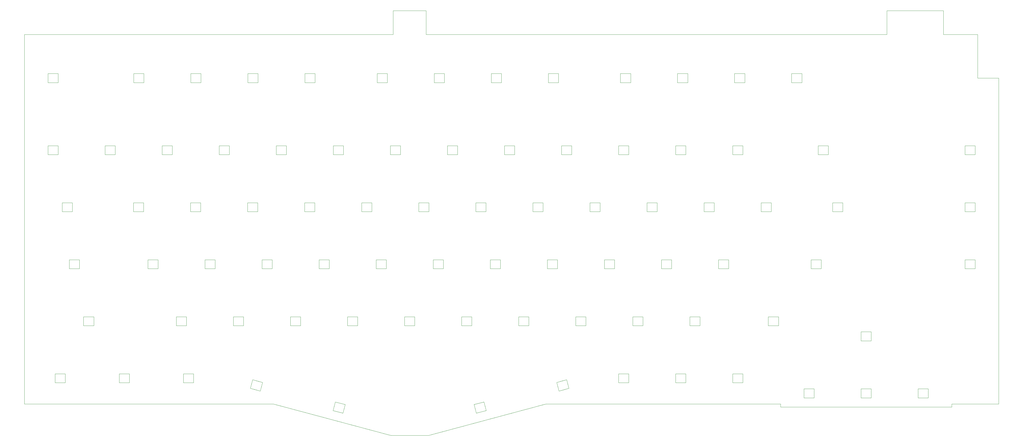
<source format=gbr>
%TF.GenerationSoftware,KiCad,Pcbnew,(6.0.7)*%
%TF.CreationDate,2022-12-11T22:06:55+01:00*%
%TF.ProjectId,middle,6d696464-6c65-42e6-9b69-6361645f7063,rev?*%
%TF.SameCoordinates,Original*%
%TF.FileFunction,Profile,NP*%
%FSLAX46Y46*%
G04 Gerber Fmt 4.6, Leading zero omitted, Abs format (unit mm)*
G04 Created by KiCad (PCBNEW (6.0.7)) date 2022-12-11 22:06:55*
%MOMM*%
%LPD*%
G01*
G04 APERTURE LIST*
%TA.AperFunction,Profile*%
%ADD10C,0.050000*%
%TD*%
%TA.AperFunction,Profile*%
%ADD11C,0.120000*%
%TD*%
G04 APERTURE END LIST*
D10*
X183889820Y-196469915D02*
X223076035Y-185970000D01*
X358562500Y-186970000D02*
X301412500Y-186970000D01*
X183889820Y-196469915D02*
X171285180Y-196469915D01*
X49000000Y-62570000D02*
X49000000Y-185970000D01*
X132098965Y-185970000D02*
X171285180Y-196469915D01*
X355830000Y-62570000D02*
X367225000Y-62570000D01*
X374225000Y-185970000D02*
X358562500Y-185970000D01*
X49000000Y-62570000D02*
X172087500Y-62570000D01*
X367225000Y-77070000D02*
X374225000Y-77070000D01*
X49000000Y-185970000D02*
X132098965Y-185970000D01*
X183087500Y-62570000D02*
X336900000Y-62570000D01*
X336900000Y-54570000D02*
X355830000Y-54570000D01*
X367225000Y-77070000D02*
X367225000Y-62570000D01*
X355830000Y-54570000D02*
X355830000Y-62570000D01*
X358562500Y-185970000D02*
X358562500Y-186970000D01*
X336900000Y-62570000D02*
X336900000Y-54570000D01*
X183087500Y-54570000D02*
X172087500Y-54570000D01*
X301412500Y-186970000D02*
X301412500Y-185970000D01*
X183087500Y-54570000D02*
X183087500Y-62570000D01*
X172087500Y-62570000D02*
X172087500Y-54570000D01*
X374225000Y-185970000D02*
X374225000Y-77070000D01*
X301412500Y-185970000D02*
X223076035Y-185970000D01*
D11*
%TO.C,KD13*%
X363000000Y-99695000D02*
X366400000Y-99695000D01*
X366400000Y-99695000D02*
X366400000Y-102695000D01*
X366400000Y-102695000D02*
X363000000Y-102695000D01*
X363000000Y-102695000D02*
X363000000Y-99695000D01*
%TO.C,KA5*%
X166725000Y-75595000D02*
X170125000Y-75595000D01*
X166725000Y-78595000D02*
X166725000Y-75595000D01*
X170125000Y-75595000D02*
X170125000Y-78595000D01*
X170125000Y-78595000D02*
X166725000Y-78595000D01*
%TO.C,KF9*%
X288825000Y-175895000D02*
X288825000Y-178895000D01*
X285425000Y-178895000D02*
X285425000Y-175895000D01*
X285425000Y-175895000D02*
X288825000Y-175895000D01*
X288825000Y-178895000D02*
X285425000Y-178895000D01*
%TO.C,KC7*%
X203100000Y-118745000D02*
X203100000Y-121745000D01*
X199700000Y-121745000D02*
X199700000Y-118745000D01*
X203100000Y-121745000D02*
X199700000Y-121745000D01*
X199700000Y-118745000D02*
X203100000Y-118745000D01*
%TO.C,KE11*%
X297331250Y-159845000D02*
X297331250Y-156845000D01*
X297331250Y-156845000D02*
X300731250Y-156845000D01*
X300731250Y-156845000D02*
X300731250Y-159845000D01*
X300731250Y-159845000D02*
X297331250Y-159845000D01*
%TO.C,KC9*%
X237800000Y-121745000D02*
X237800000Y-118745000D01*
X241200000Y-121745000D02*
X237800000Y-121745000D01*
X241200000Y-118745000D02*
X241200000Y-121745000D01*
X237800000Y-118745000D02*
X241200000Y-118745000D01*
%TO.C,KB9*%
X228275000Y-99695000D02*
X231675000Y-99695000D01*
X231675000Y-102695000D02*
X228275000Y-102695000D01*
X228275000Y-102695000D02*
X228275000Y-99695000D01*
X231675000Y-99695000D02*
X231675000Y-102695000D01*
%TO.C,KF3*%
X125200274Y-177883962D02*
X128484421Y-178763947D01*
X127707964Y-181661724D02*
X124423816Y-180781739D01*
X128484421Y-178763947D02*
X127707964Y-181661724D01*
X124423816Y-180781739D02*
X125200274Y-177883962D01*
%TO.C,KB0*%
X60225000Y-102695000D02*
X56825000Y-102695000D01*
X60225000Y-99695000D02*
X60225000Y-102695000D01*
X56825000Y-99695000D02*
X60225000Y-99695000D01*
X56825000Y-102695000D02*
X56825000Y-99695000D01*
%TO.C,KC2*%
X104450000Y-118745000D02*
X107850000Y-118745000D01*
X104450000Y-121745000D02*
X104450000Y-118745000D01*
X107850000Y-121745000D02*
X104450000Y-121745000D01*
X107850000Y-118745000D02*
X107850000Y-121745000D01*
%TO.C,KD7*%
X207862500Y-137795000D02*
X207862500Y-140795000D01*
X207862500Y-140795000D02*
X204462500Y-140795000D01*
X204462500Y-137795000D02*
X207862500Y-137795000D01*
X204462500Y-140795000D02*
X204462500Y-137795000D01*
%TO.C,KA7*%
X208225000Y-75595000D02*
X208225000Y-78595000D01*
X208225000Y-78595000D02*
X204825000Y-78595000D01*
X204825000Y-75595000D02*
X208225000Y-75595000D01*
X204825000Y-78595000D02*
X204825000Y-75595000D01*
%TO.C,KC3*%
X123500000Y-118745000D02*
X126900000Y-118745000D01*
X123500000Y-121745000D02*
X123500000Y-118745000D01*
X126900000Y-121745000D02*
X123500000Y-121745000D01*
X126900000Y-118745000D02*
X126900000Y-121745000D01*
%TO.C,KA10*%
X270425000Y-78595000D02*
X267025000Y-78595000D01*
X267025000Y-75595000D02*
X270425000Y-75595000D01*
X270425000Y-75595000D02*
X270425000Y-78595000D01*
X267025000Y-78595000D02*
X267025000Y-75595000D01*
%TO.C,KC5*%
X165000000Y-118745000D02*
X165000000Y-121745000D01*
X165000000Y-121745000D02*
X161600000Y-121745000D01*
X161600000Y-118745000D02*
X165000000Y-118745000D01*
X161600000Y-121745000D02*
X161600000Y-118745000D01*
%TO.C,KF11*%
X328287500Y-183945000D02*
X328287500Y-180945000D01*
X328287500Y-180945000D02*
X331687500Y-180945000D01*
X331687500Y-183945000D02*
X328287500Y-183945000D01*
X331687500Y-180945000D02*
X331687500Y-183945000D01*
%TO.C,KE7*%
X213987500Y-159845000D02*
X213987500Y-156845000D01*
X217387500Y-159845000D02*
X213987500Y-159845000D01*
X213987500Y-156845000D02*
X217387500Y-156845000D01*
X217387500Y-156845000D02*
X217387500Y-159845000D01*
%TO.C,KF12*%
X347337500Y-183945000D02*
X347337500Y-180945000D01*
X350737500Y-180945000D02*
X350737500Y-183945000D01*
X347337500Y-180945000D02*
X350737500Y-180945000D01*
X350737500Y-183945000D02*
X347337500Y-183945000D01*
%TO.C,KE5*%
X175887500Y-156845000D02*
X179287500Y-156845000D01*
X175887500Y-159845000D02*
X175887500Y-156845000D01*
X179287500Y-159845000D02*
X175887500Y-159845000D01*
X179287500Y-156845000D02*
X179287500Y-159845000D01*
%TO.C,KB5*%
X155475000Y-99695000D02*
X155475000Y-102695000D01*
X155475000Y-102695000D02*
X152075000Y-102695000D01*
X152075000Y-102695000D02*
X152075000Y-99695000D01*
X152075000Y-99695000D02*
X155475000Y-99695000D01*
%TO.C,KD10*%
X261612500Y-140795000D02*
X261612500Y-137795000D01*
X265012500Y-137795000D02*
X265012500Y-140795000D01*
X265012500Y-140795000D02*
X261612500Y-140795000D01*
X261612500Y-137795000D02*
X265012500Y-137795000D01*
%TO.C,KA0*%
X56825000Y-78595000D02*
X56825000Y-75595000D01*
X60225000Y-75595000D02*
X60225000Y-78595000D01*
X56825000Y-75595000D02*
X60225000Y-75595000D01*
X60225000Y-78595000D02*
X56825000Y-78595000D01*
%TO.C,KD1*%
X90162500Y-137795000D02*
X93562500Y-137795000D01*
X90162500Y-140795000D02*
X90162500Y-137795000D01*
X93562500Y-140795000D02*
X90162500Y-140795000D01*
X93562500Y-137795000D02*
X93562500Y-140795000D01*
%TO.C,KB10*%
X247325000Y-99695000D02*
X250725000Y-99695000D01*
X250725000Y-102695000D02*
X247325000Y-102695000D01*
X247325000Y-102695000D02*
X247325000Y-99695000D01*
X250725000Y-99695000D02*
X250725000Y-102695000D01*
%TO.C,KC11*%
X275900000Y-118745000D02*
X279300000Y-118745000D01*
X275900000Y-121745000D02*
X275900000Y-118745000D01*
X279300000Y-118745000D02*
X279300000Y-121745000D01*
X279300000Y-121745000D02*
X275900000Y-121745000D01*
%TO.C,KF1*%
X84037500Y-178895000D02*
X80637500Y-178895000D01*
X80637500Y-178895000D02*
X80637500Y-175895000D01*
X84037500Y-175895000D02*
X84037500Y-178895000D01*
X80637500Y-175895000D02*
X84037500Y-175895000D01*
%TO.C,KE6*%
X194937500Y-159845000D02*
X194937500Y-156845000D01*
X198337500Y-159845000D02*
X194937500Y-159845000D01*
X194937500Y-156845000D02*
X198337500Y-156845000D01*
X198337500Y-156845000D02*
X198337500Y-159845000D01*
%TO.C,KA3*%
X123575000Y-78595000D02*
X123575000Y-75595000D01*
X126975000Y-75595000D02*
X126975000Y-78595000D01*
X126975000Y-78595000D02*
X123575000Y-78595000D01*
X123575000Y-75595000D02*
X126975000Y-75595000D01*
%TO.C,KE4*%
X160237500Y-156845000D02*
X160237500Y-159845000D01*
X160237500Y-159845000D02*
X156837500Y-159845000D01*
X156837500Y-156845000D02*
X160237500Y-156845000D01*
X156837500Y-159845000D02*
X156837500Y-156845000D01*
%TO.C,KD11*%
X280662500Y-140795000D02*
X280662500Y-137795000D01*
X284062500Y-140795000D02*
X280662500Y-140795000D01*
X280662500Y-137795000D02*
X284062500Y-137795000D01*
X284062500Y-137795000D02*
X284062500Y-140795000D01*
%TO.C,KD8*%
X223512500Y-137795000D02*
X226912500Y-137795000D01*
X226912500Y-140795000D02*
X223512500Y-140795000D01*
X223512500Y-140795000D02*
X223512500Y-137795000D01*
X226912500Y-137795000D02*
X226912500Y-140795000D01*
%TO.C,KF0*%
X59206250Y-175895000D02*
X62606250Y-175895000D01*
X62606250Y-178895000D02*
X59206250Y-178895000D01*
X62606250Y-175895000D02*
X62606250Y-178895000D01*
X59206250Y-178895000D02*
X59206250Y-175895000D01*
%TO.C,KE3*%
X137787500Y-156845000D02*
X141187500Y-156845000D01*
X137787500Y-159845000D02*
X137787500Y-156845000D01*
X141187500Y-156845000D02*
X141187500Y-159845000D01*
X141187500Y-159845000D02*
X137787500Y-159845000D01*
%TO.C,KF10*%
X309237500Y-183945000D02*
X309237500Y-180945000D01*
X312637500Y-183945000D02*
X309237500Y-183945000D01*
X312637500Y-180945000D02*
X312637500Y-183945000D01*
X309237500Y-180945000D02*
X312637500Y-180945000D01*
%TO.C,KC0*%
X64987500Y-118745000D02*
X64987500Y-121745000D01*
X64987500Y-121745000D02*
X61587500Y-121745000D01*
X61587500Y-118745000D02*
X64987500Y-118745000D01*
X61587500Y-121745000D02*
X61587500Y-118745000D01*
%TO.C,KD6*%
X188812500Y-140795000D02*
X185412500Y-140795000D01*
X185412500Y-140795000D02*
X185412500Y-137795000D01*
X188812500Y-137795000D02*
X188812500Y-140795000D01*
X185412500Y-137795000D02*
X188812500Y-137795000D01*
%TO.C,KB2*%
X98325000Y-99695000D02*
X98325000Y-102695000D01*
X98325000Y-102695000D02*
X94925000Y-102695000D01*
X94925000Y-102695000D02*
X94925000Y-99695000D01*
X94925000Y-99695000D02*
X98325000Y-99695000D01*
%TO.C,KC4*%
X145950000Y-118745000D02*
X145950000Y-121745000D01*
X142550000Y-118745000D02*
X145950000Y-118745000D01*
X145950000Y-121745000D02*
X142550000Y-121745000D01*
X142550000Y-121745000D02*
X142550000Y-118745000D01*
%TO.C,KD0*%
X63968750Y-140795000D02*
X63968750Y-137795000D01*
X63968750Y-137795000D02*
X67368750Y-137795000D01*
X67368750Y-137795000D02*
X67368750Y-140795000D01*
X67368750Y-140795000D02*
X63968750Y-140795000D01*
%TO.C,KD3*%
X131662500Y-140795000D02*
X128262500Y-140795000D01*
X128262500Y-140795000D02*
X128262500Y-137795000D01*
X128262500Y-137795000D02*
X131662500Y-137795000D01*
X131662500Y-137795000D02*
X131662500Y-140795000D01*
%TO.C,KF5*%
X203149853Y-188177494D02*
X199865705Y-189057479D01*
X199865705Y-189057479D02*
X199089248Y-186159701D01*
X202373396Y-185279717D02*
X203149853Y-188177494D01*
X199089248Y-186159701D02*
X202373396Y-185279717D01*
%TO.C,KF8*%
X269775000Y-178895000D02*
X266375000Y-178895000D01*
X266375000Y-175895000D02*
X269775000Y-175895000D01*
X266375000Y-178895000D02*
X266375000Y-175895000D01*
X269775000Y-175895000D02*
X269775000Y-178895000D01*
%TO.C,KA11*%
X289475000Y-75595000D02*
X289475000Y-78595000D01*
X289475000Y-78595000D02*
X286075000Y-78595000D01*
X286075000Y-75595000D02*
X289475000Y-75595000D01*
X286075000Y-78595000D02*
X286075000Y-75595000D01*
%TO.C,KD5*%
X169762500Y-140795000D02*
X166362500Y-140795000D01*
X166362500Y-137795000D02*
X169762500Y-137795000D01*
X169762500Y-137795000D02*
X169762500Y-140795000D01*
X166362500Y-140795000D02*
X166362500Y-137795000D01*
%TO.C,KA9*%
X251375000Y-75595000D02*
X251375000Y-78595000D01*
X251375000Y-78595000D02*
X247975000Y-78595000D01*
X247975000Y-75595000D02*
X251375000Y-75595000D01*
X247975000Y-78595000D02*
X247975000Y-75595000D01*
%TO.C,KE8*%
X233037500Y-159845000D02*
X233037500Y-156845000D01*
X236437500Y-159845000D02*
X233037500Y-159845000D01*
X236437500Y-156845000D02*
X236437500Y-159845000D01*
X233037500Y-156845000D02*
X236437500Y-156845000D01*
%TO.C,KB3*%
X117375000Y-102695000D02*
X113975000Y-102695000D01*
X117375000Y-99695000D02*
X117375000Y-102695000D01*
X113975000Y-99695000D02*
X117375000Y-99695000D01*
X113975000Y-102695000D02*
X113975000Y-99695000D01*
%TO.C,KC6*%
X184050000Y-118745000D02*
X184050000Y-121745000D01*
X184050000Y-121745000D02*
X180650000Y-121745000D01*
X180650000Y-121745000D02*
X180650000Y-118745000D01*
X180650000Y-118745000D02*
X184050000Y-118745000D01*
%TO.C,KB8*%
X209225000Y-99695000D02*
X212625000Y-99695000D01*
X209225000Y-102695000D02*
X209225000Y-99695000D01*
X212625000Y-102695000D02*
X209225000Y-102695000D01*
X212625000Y-99695000D02*
X212625000Y-102695000D01*
%TO.C,KA1*%
X88875000Y-78595000D02*
X85475000Y-78595000D01*
X88875000Y-75595000D02*
X88875000Y-78595000D01*
X85475000Y-75595000D02*
X88875000Y-75595000D01*
X85475000Y-78595000D02*
X85475000Y-75595000D01*
%TO.C,KA12*%
X305125000Y-78595000D02*
X305125000Y-75595000D01*
X305125000Y-75595000D02*
X308525000Y-75595000D01*
X308525000Y-75595000D02*
X308525000Y-78595000D01*
X308525000Y-78595000D02*
X305125000Y-78595000D01*
%TO.C,KA8*%
X227275000Y-78595000D02*
X223875000Y-78595000D01*
X227275000Y-75595000D02*
X227275000Y-78595000D01*
X223875000Y-75595000D02*
X227275000Y-75595000D01*
X223875000Y-78595000D02*
X223875000Y-75595000D01*
%TO.C,KE2*%
X122137500Y-156845000D02*
X122137500Y-159845000D01*
X118737500Y-159845000D02*
X118737500Y-156845000D01*
X118737500Y-156845000D02*
X122137500Y-156845000D01*
X122137500Y-159845000D02*
X118737500Y-159845000D01*
%TO.C,KE13*%
X366400000Y-118745000D02*
X366400000Y-121745000D01*
X363000000Y-118745000D02*
X366400000Y-118745000D01*
X363000000Y-121745000D02*
X363000000Y-118745000D01*
X366400000Y-121745000D02*
X363000000Y-121745000D01*
%TO.C,KC8*%
X222150000Y-118745000D02*
X222150000Y-121745000D01*
X218750000Y-118745000D02*
X222150000Y-118745000D01*
X222150000Y-121745000D02*
X218750000Y-121745000D01*
X218750000Y-121745000D02*
X218750000Y-118745000D01*
%TO.C,KD4*%
X147312500Y-137795000D02*
X150712500Y-137795000D01*
X150712500Y-140795000D02*
X147312500Y-140795000D01*
X147312500Y-140795000D02*
X147312500Y-137795000D01*
X150712500Y-137795000D02*
X150712500Y-140795000D01*
%TO.C,KB11*%
X269775000Y-99695000D02*
X269775000Y-102695000D01*
X266375000Y-102695000D02*
X266375000Y-99695000D01*
X266375000Y-99695000D02*
X269775000Y-99695000D01*
X269775000Y-102695000D02*
X266375000Y-102695000D01*
%TO.C,KF7*%
X247325000Y-178895000D02*
X247325000Y-175895000D01*
X247325000Y-175895000D02*
X250725000Y-175895000D01*
X250725000Y-178895000D02*
X247325000Y-178895000D01*
X250725000Y-175895000D02*
X250725000Y-178895000D01*
%TO.C,KE0*%
X68731250Y-159845000D02*
X68731250Y-156845000D01*
X72131250Y-159845000D02*
X68731250Y-159845000D01*
X72131250Y-156845000D02*
X72131250Y-159845000D01*
X68731250Y-156845000D02*
X72131250Y-156845000D01*
%TO.C,KC1*%
X88800000Y-118745000D02*
X88800000Y-121745000D01*
X85400000Y-118745000D02*
X88800000Y-118745000D01*
X88800000Y-121745000D02*
X85400000Y-121745000D01*
X85400000Y-121745000D02*
X85400000Y-118745000D01*
%TO.C,KE1*%
X99687500Y-159845000D02*
X99687500Y-156845000D01*
X103087500Y-159845000D02*
X99687500Y-159845000D01*
X103087500Y-156845000D02*
X103087500Y-159845000D01*
X99687500Y-156845000D02*
X103087500Y-156845000D01*
%TO.C,KC13*%
X322162500Y-121745000D02*
X318762500Y-121745000D01*
X322162500Y-118745000D02*
X322162500Y-121745000D01*
X318762500Y-121745000D02*
X318762500Y-118745000D01*
X318762500Y-118745000D02*
X322162500Y-118745000D01*
%TO.C,KB13*%
X314000000Y-102695000D02*
X314000000Y-99695000D01*
X317400000Y-99695000D02*
X317400000Y-102695000D01*
X317400000Y-102695000D02*
X314000000Y-102695000D01*
X314000000Y-99695000D02*
X317400000Y-99695000D01*
%TO.C,KF4*%
X152801604Y-185279716D02*
X156085752Y-186159701D01*
X156085752Y-186159701D02*
X155309295Y-189057479D01*
X155309295Y-189057479D02*
X152025147Y-188177494D01*
X152025147Y-188177494D02*
X152801604Y-185279716D01*
%TO.C,KA4*%
X146025000Y-75595000D02*
X146025000Y-78595000D01*
X142625000Y-75595000D02*
X146025000Y-75595000D01*
X146025000Y-78595000D02*
X142625000Y-78595000D01*
X142625000Y-78595000D02*
X142625000Y-75595000D01*
%TO.C,KC12*%
X294950000Y-118745000D02*
X298350000Y-118745000D01*
X298350000Y-121745000D02*
X294950000Y-121745000D01*
X294950000Y-121745000D02*
X294950000Y-118745000D01*
X298350000Y-118745000D02*
X298350000Y-121745000D01*
%TO.C,KB12*%
X288825000Y-99695000D02*
X288825000Y-102695000D01*
X285425000Y-99695000D02*
X288825000Y-99695000D01*
X288825000Y-102695000D02*
X285425000Y-102695000D01*
X285425000Y-102695000D02*
X285425000Y-99695000D01*
%TO.C,KB4*%
X133025000Y-99695000D02*
X136425000Y-99695000D01*
X136425000Y-102695000D02*
X133025000Y-102695000D01*
X136425000Y-99695000D02*
X136425000Y-102695000D01*
X133025000Y-102695000D02*
X133025000Y-99695000D01*
%TO.C,KB6*%
X174525000Y-102695000D02*
X171125000Y-102695000D01*
X171125000Y-99695000D02*
X174525000Y-99695000D01*
X171125000Y-102695000D02*
X171125000Y-99695000D01*
X174525000Y-99695000D02*
X174525000Y-102695000D01*
%TO.C,KA6*%
X185775000Y-78595000D02*
X185775000Y-75595000D01*
X189175000Y-78595000D02*
X185775000Y-78595000D01*
X185775000Y-75595000D02*
X189175000Y-75595000D01*
X189175000Y-75595000D02*
X189175000Y-78595000D01*
%TO.C,KA2*%
X107925000Y-75595000D02*
X107925000Y-78595000D01*
X107925000Y-78595000D02*
X104525000Y-78595000D01*
X104525000Y-78595000D02*
X104525000Y-75595000D01*
X104525000Y-75595000D02*
X107925000Y-75595000D01*
%TO.C,KF2*%
X102068750Y-178895000D02*
X102068750Y-175895000D01*
X102068750Y-175895000D02*
X105468750Y-175895000D01*
X105468750Y-178895000D02*
X102068750Y-178895000D01*
X105468750Y-175895000D02*
X105468750Y-178895000D01*
%TO.C,KD2*%
X112612500Y-140795000D02*
X109212500Y-140795000D01*
X112612500Y-137795000D02*
X112612500Y-140795000D01*
X109212500Y-140795000D02*
X109212500Y-137795000D01*
X109212500Y-137795000D02*
X112612500Y-137795000D01*
%TO.C,KF13*%
X363000000Y-140795000D02*
X363000000Y-137795000D01*
X366400000Y-140795000D02*
X363000000Y-140795000D01*
X366400000Y-137795000D02*
X366400000Y-140795000D01*
X363000000Y-137795000D02*
X366400000Y-137795000D01*
%TO.C,KB7*%
X190175000Y-99695000D02*
X193575000Y-99695000D01*
X190175000Y-102695000D02*
X190175000Y-99695000D01*
X193575000Y-102695000D02*
X190175000Y-102695000D01*
X193575000Y-99695000D02*
X193575000Y-102695000D01*
%TO.C,KE10*%
X274537500Y-159845000D02*
X271137500Y-159845000D01*
X274537500Y-156845000D02*
X274537500Y-159845000D01*
X271137500Y-159845000D02*
X271137500Y-156845000D01*
X271137500Y-156845000D02*
X274537500Y-156845000D01*
%TO.C,KB1*%
X75875000Y-99695000D02*
X79275000Y-99695000D01*
X75875000Y-102695000D02*
X75875000Y-99695000D01*
X79275000Y-99695000D02*
X79275000Y-102695000D01*
X79275000Y-102695000D02*
X75875000Y-102695000D01*
%TO.C,KD12*%
X311618750Y-137795000D02*
X315018750Y-137795000D01*
X311618750Y-140795000D02*
X311618750Y-137795000D01*
X315018750Y-140795000D02*
X311618750Y-140795000D01*
X315018750Y-137795000D02*
X315018750Y-140795000D01*
%TO.C,KE9*%
X252087500Y-156845000D02*
X255487500Y-156845000D01*
X255487500Y-159845000D02*
X252087500Y-159845000D01*
X255487500Y-156845000D02*
X255487500Y-159845000D01*
X252087500Y-159845000D02*
X252087500Y-156845000D01*
%TO.C,KC10*%
X256850000Y-121745000D02*
X256850000Y-118745000D01*
X256850000Y-118745000D02*
X260250000Y-118745000D01*
X260250000Y-121745000D02*
X256850000Y-121745000D01*
X260250000Y-118745000D02*
X260250000Y-121745000D01*
%TO.C,KE12*%
X328287500Y-161895000D02*
X331687500Y-161895000D01*
X328287500Y-164895000D02*
X328287500Y-161895000D01*
X331687500Y-164895000D02*
X328287500Y-164895000D01*
X331687500Y-161895000D02*
X331687500Y-164895000D01*
%TO.C,KD9*%
X245962500Y-137795000D02*
X245962500Y-140795000D01*
X242562500Y-137795000D02*
X245962500Y-137795000D01*
X245962500Y-140795000D02*
X242562500Y-140795000D01*
X242562500Y-140795000D02*
X242562500Y-137795000D01*
%TO.C,KF6*%
X229974726Y-177883962D02*
X230751184Y-180781740D01*
X227467036Y-181661724D02*
X226690579Y-178763947D01*
X226690579Y-178763947D02*
X229974726Y-177883962D01*
X230751184Y-180781740D02*
X227467036Y-181661724D01*
%TD*%
M02*

</source>
